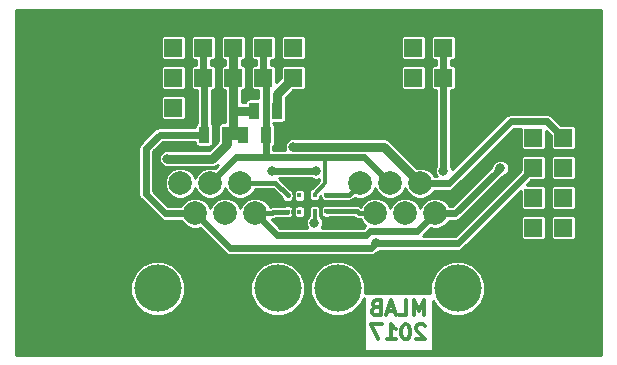
<source format=gbr>
G04 #@! TF.GenerationSoftware,KiCad,Pcbnew,no-vcs-found-7409~56~ubuntu16.04.1*
G04 #@! TF.CreationDate,2017-01-02T13:20:13+01:00*
G04 #@! TF.ProjectId,RJ12V01A,524A3132563031412E6B696361645F70,REV*
G04 #@! TF.FileFunction,Copper,L2,Bot,Signal*
G04 #@! TF.FilePolarity,Positive*
%FSLAX46Y46*%
G04 Gerber Fmt 4.6, Leading zero omitted, Abs format (unit mm)*
G04 Created by KiCad (PCBNEW no-vcs-found-7409~56~ubuntu16.04.1) date Mon Jan  2 13:20:13 2017*
%MOMM*%
%LPD*%
G01*
G04 APERTURE LIST*
%ADD10C,0.150000*%
%ADD11C,0.300000*%
%ADD12C,6.000000*%
%ADD13R,1.524000X1.524000*%
%ADD14R,0.889000X1.397000*%
%ADD15R,0.299720X0.449580*%
%ADD16C,2.000000*%
%ADD17C,4.000000*%
%ADD18C,0.800000*%
%ADD19C,0.200000*%
%ADD20C,0.600000*%
%ADD21C,0.800000*%
%ADD22C,0.400000*%
%ADD23C,0.254000*%
G04 APERTURE END LIST*
D10*
D11*
X35248571Y3128095D02*
X35186666Y3190000D01*
X35062857Y3251904D01*
X34753333Y3251904D01*
X34629523Y3190000D01*
X34567619Y3128095D01*
X34505714Y3004285D01*
X34505714Y2880476D01*
X34567619Y2694761D01*
X35310476Y1951904D01*
X34505714Y1951904D01*
X33700952Y3251904D02*
X33577142Y3251904D01*
X33453333Y3190000D01*
X33391428Y3128095D01*
X33329523Y3004285D01*
X33267619Y2756666D01*
X33267619Y2447142D01*
X33329523Y2199523D01*
X33391428Y2075714D01*
X33453333Y2013809D01*
X33577142Y1951904D01*
X33700952Y1951904D01*
X33824761Y2013809D01*
X33886666Y2075714D01*
X33948571Y2199523D01*
X34010476Y2447142D01*
X34010476Y2756666D01*
X33948571Y3004285D01*
X33886666Y3128095D01*
X33824761Y3190000D01*
X33700952Y3251904D01*
X32029523Y1951904D02*
X32772380Y1951904D01*
X32400952Y1951904D02*
X32400952Y3251904D01*
X32524761Y3066190D01*
X32648571Y2942380D01*
X32772380Y2880476D01*
X31596190Y3251904D02*
X30729523Y3251904D01*
X31286666Y1951904D01*
X35186666Y3983904D02*
X35186666Y5283904D01*
X34753333Y4355333D01*
X34320000Y5283904D01*
X34320000Y3983904D01*
X33081904Y3983904D02*
X33700952Y3983904D01*
X33700952Y5283904D01*
X32710476Y4355333D02*
X32091428Y4355333D01*
X32834285Y3983904D02*
X32400952Y5283904D01*
X31967619Y3983904D01*
X31100952Y4664857D02*
X30915238Y4602952D01*
X30853333Y4541047D01*
X30791428Y4417238D01*
X30791428Y4231523D01*
X30853333Y4107714D01*
X30915238Y4045809D01*
X31039047Y3983904D01*
X31534285Y3983904D01*
X31534285Y5283904D01*
X31100952Y5283904D01*
X30977142Y5222000D01*
X30915238Y5160095D01*
X30853333Y5036285D01*
X30853333Y4912476D01*
X30915238Y4788666D01*
X30977142Y4726761D01*
X31100952Y4664857D01*
X31534285Y4664857D01*
D12*
X45720000Y25400000D03*
X5080000Y25400000D03*
X5080000Y5080000D03*
X45720000Y5080000D03*
D13*
X13970000Y26670000D03*
X13970000Y24130000D03*
X16510000Y26670000D03*
X16510000Y24130000D03*
X19050000Y24130000D03*
X19050000Y26670000D03*
X21590000Y26670000D03*
X21590000Y24130000D03*
X24130000Y24130000D03*
X24130000Y26670000D03*
D14*
X20828000Y21336000D03*
X22733000Y21336000D03*
D15*
X26924000Y12821920D03*
X25923240Y12821920D03*
X26924000Y14224000D03*
X26423620Y12821920D03*
X25923240Y14224000D03*
X23629620Y14163040D03*
X24130000Y12760960D03*
X24630380Y14163040D03*
X23629620Y12760960D03*
X24630380Y12760960D03*
D13*
X36830000Y26670000D03*
X36830000Y24130000D03*
X34290000Y26670000D03*
X34290000Y24130000D03*
X13970000Y21590000D03*
X11430000Y21590000D03*
X46990000Y19050000D03*
X44450000Y19050000D03*
X46990000Y16510000D03*
X44450000Y16510000D03*
D14*
X18478500Y19304000D03*
X16573500Y19304000D03*
X21780500Y19304000D03*
X19875500Y19304000D03*
D16*
X34869200Y15186500D03*
X32329200Y15186500D03*
X29789200Y15186500D03*
X31059200Y12646500D03*
X36139200Y12646500D03*
X33599200Y12646500D03*
D17*
X38049200Y6286500D03*
X27889200Y6286500D03*
X12649200Y6286500D03*
X22809200Y6286500D03*
D16*
X18359200Y12646500D03*
X20899200Y12646500D03*
X15819200Y12646500D03*
X14549200Y15186500D03*
X17089200Y15186500D03*
X19629200Y15186500D03*
D13*
X44450000Y13970000D03*
X46990000Y13970000D03*
X46990000Y11430000D03*
X44450000Y11430000D03*
X6350000Y11430000D03*
X3810000Y11430000D03*
X6350000Y13970000D03*
X3810000Y13970000D03*
X6350000Y16510000D03*
X3810000Y16510000D03*
X6350000Y19050000D03*
X3810000Y19050000D03*
D18*
X29210000Y11938012D03*
X28194000Y11938006D03*
X27178000Y11938008D03*
X24130000Y11937998D03*
X23114000Y11937988D03*
X16256000Y10922000D03*
X16764000Y10160000D03*
X15494000Y10160000D03*
X14986000Y11176000D03*
X13716000Y11176000D03*
X14478000Y10414000D03*
X12192000Y9398000D03*
X25908000Y11839700D03*
X13462000Y17272000D03*
X26060400Y16205200D03*
X22352000Y16256000D03*
X24130000Y18273087D03*
X41656000Y16459200D03*
X36830000Y16256000D03*
X31089602Y10109200D03*
D19*
X29209994Y11938006D02*
X29210000Y11938012D01*
X28194000Y11938006D02*
X29209994Y11938006D01*
X26882742Y11938008D02*
X27178000Y11938008D01*
X26423620Y12397130D02*
X26882742Y11938008D01*
X26423620Y12821920D02*
X26423620Y12397130D01*
X23679685Y11937988D02*
X23114000Y11937988D01*
X24130000Y12336170D02*
X23731818Y11937988D01*
X23731818Y11937988D02*
X23679685Y11937988D01*
X24130000Y12760960D02*
X24130000Y12336170D01*
D20*
X16002000Y10668000D02*
X16256000Y10922000D01*
X15494000Y10160000D02*
X16002000Y10668000D01*
X13716000Y11176000D02*
X14986000Y11176000D01*
X12192000Y9398000D02*
X13462000Y9398000D01*
X13462000Y9398000D02*
X14478000Y10414000D01*
D11*
X25923240Y12821920D02*
X25923240Y11854940D01*
X25923240Y11854940D02*
X25908000Y11839700D01*
D21*
X18478500Y18478500D02*
X17272000Y17272000D01*
X17272000Y17272000D02*
X13462000Y17272000D01*
X18478500Y19304000D02*
X18478500Y18478500D01*
X19050000Y24130000D02*
X19050000Y21336000D01*
X19050000Y21336000D02*
X19050000Y19304000D01*
X20828000Y21336000D02*
X19583500Y21336000D01*
X19583500Y21336000D02*
X19050000Y21336000D01*
X18478500Y19304000D02*
X19050000Y19304000D01*
X19050000Y19304000D02*
X19875500Y19304000D01*
X19050000Y26670000D02*
X19050000Y24130000D01*
X18478500Y18989306D02*
X18478500Y19304000D01*
D11*
X25923240Y14224000D02*
X25923240Y14298930D01*
X25923240Y14298930D02*
X26810402Y15186092D01*
X26810402Y15186092D02*
X26810402Y17373077D01*
X26810402Y17373077D02*
X25908000Y17373077D01*
D20*
X21590000Y17373077D02*
X25908000Y17373077D01*
X25908000Y17373077D02*
X30142623Y17373077D01*
X19558000Y17373077D02*
X21590000Y17373077D01*
X17089200Y15186500D02*
X19275777Y17373077D01*
X19275777Y17373077D02*
X19558000Y17373077D01*
X21590000Y17373077D02*
X21780500Y17563577D01*
X21780500Y17563577D02*
X21780500Y19304000D01*
X30142623Y17373077D02*
X30497700Y17018000D01*
X21590000Y24130000D02*
X21780500Y23939500D01*
X21780500Y23939500D02*
X21780500Y19304000D01*
X21590000Y26670000D02*
X21590000Y24130000D01*
X32329200Y15186500D02*
X30497700Y17018000D01*
X22352000Y16256000D02*
X25146000Y16256000D01*
X25146000Y16256000D02*
X26009600Y16256000D01*
X26009600Y16256000D02*
X26060400Y16205200D01*
D22*
X26924000Y14224000D02*
X28826700Y14224000D01*
X28826700Y14224000D02*
X29789200Y15186500D01*
D20*
X34869200Y15186500D02*
X37276501Y15186500D01*
X37276501Y15186500D02*
X42511601Y20421600D01*
X42511601Y20421600D02*
X45618400Y20421600D01*
X45618400Y20421600D02*
X46990000Y19050000D01*
D22*
X23629620Y14163040D02*
X22603460Y15189200D01*
X22603460Y15189200D02*
X19631900Y15189200D01*
X19631900Y15189200D02*
X19629200Y15186500D01*
D21*
X22733000Y21336000D02*
X22733000Y22733000D01*
X22733000Y22733000D02*
X24130000Y24130000D01*
X34869200Y15186500D02*
X31782613Y18273087D01*
X31782613Y18273087D02*
X24130000Y18273087D01*
D20*
X37843300Y12646500D02*
X41256001Y16059201D01*
X36139200Y12646500D02*
X37843300Y12646500D01*
X41256001Y16059201D02*
X41656000Y16459200D01*
X34603502Y11110802D02*
X35139201Y11646501D01*
X30606798Y11110802D02*
X34603502Y11110802D01*
X35139201Y11646501D02*
X36139200Y12646500D01*
X30279994Y10783998D02*
X30606798Y11110802D01*
X22761702Y10783998D02*
X30279994Y10783998D01*
X20899200Y12646500D02*
X22761702Y10783998D01*
D22*
X20899200Y12646500D02*
X22313413Y12646500D01*
X22313413Y12646500D02*
X22427873Y12760960D01*
X22427873Y12760960D02*
X23580139Y12760960D01*
D20*
X36830000Y24130000D02*
X36830000Y16256000D01*
X36830000Y26670000D02*
X36830000Y24130000D01*
X44450000Y16510000D02*
X38049200Y10109200D01*
X38049200Y10109200D02*
X31655287Y10109200D01*
X31655287Y10109200D02*
X31089602Y10109200D01*
X15819200Y12646500D02*
X13261500Y12646500D01*
X13261500Y12646500D02*
X11633200Y14274800D01*
X11633200Y14274800D02*
X11633200Y18135600D01*
X11633200Y18135600D02*
X12801600Y19304000D01*
X12801600Y19304000D02*
X16573500Y19304000D01*
X30689603Y9709201D02*
X31089602Y10109200D01*
X15819200Y12646500D02*
X18756499Y9709201D01*
X18756499Y9709201D02*
X30689603Y9709201D01*
D22*
X31059200Y12646500D02*
X29644987Y12646500D01*
X29644987Y12646500D02*
X29469567Y12821920D01*
X29469567Y12821920D02*
X26973481Y12821920D01*
D20*
X16573500Y19304000D02*
X16573500Y24066500D01*
X16573500Y24066500D02*
X16510000Y24130000D01*
X16510000Y24130000D02*
X16510000Y26670000D01*
X16319500Y23939500D02*
X16510000Y24130000D01*
D23*
G36*
X50144000Y656000D02*
X656000Y656000D01*
X656000Y5825662D01*
X10321797Y5825662D01*
X10675315Y4970082D01*
X11329339Y4314915D01*
X12184300Y3959904D01*
X13110038Y3959097D01*
X13965618Y4312615D01*
X14620785Y4966639D01*
X14975796Y5821600D01*
X14975799Y5825662D01*
X20481797Y5825662D01*
X20835315Y4970082D01*
X21489339Y4314915D01*
X22344300Y3959904D01*
X23270038Y3959097D01*
X24125618Y4312615D01*
X24780785Y4966639D01*
X25135796Y5821600D01*
X25135799Y5825662D01*
X25561797Y5825662D01*
X25915315Y4970082D01*
X26569339Y4314915D01*
X27424300Y3959904D01*
X28350038Y3959097D01*
X29205618Y4312615D01*
X29860785Y4966639D01*
X30066810Y5462802D01*
X30066810Y974000D01*
X35973191Y974000D01*
X35973191Y5217241D01*
X36075315Y4970082D01*
X36729339Y4314915D01*
X37584300Y3959904D01*
X38510038Y3959097D01*
X39365618Y4312615D01*
X40020785Y4966639D01*
X40375796Y5821600D01*
X40376603Y6747338D01*
X40023085Y7602918D01*
X39369061Y8258085D01*
X38514100Y8613096D01*
X37588362Y8613903D01*
X36732782Y8260385D01*
X36077615Y7606361D01*
X35722604Y6751400D01*
X35721871Y5910000D01*
X30215873Y5910000D01*
X30216603Y6747338D01*
X29863085Y7602918D01*
X29209061Y8258085D01*
X28354100Y8613096D01*
X27428362Y8613903D01*
X26572782Y8260385D01*
X25917615Y7606361D01*
X25562604Y6751400D01*
X25561797Y5825662D01*
X25135799Y5825662D01*
X25136603Y6747338D01*
X24783085Y7602918D01*
X24129061Y8258085D01*
X23274100Y8613096D01*
X22348362Y8613903D01*
X21492782Y8260385D01*
X20837615Y7606361D01*
X20482604Y6751400D01*
X20481797Y5825662D01*
X14975799Y5825662D01*
X14976603Y6747338D01*
X14623085Y7602918D01*
X13969061Y8258085D01*
X13114100Y8613096D01*
X12188362Y8613903D01*
X11332782Y8260385D01*
X10677615Y7606361D01*
X10322604Y6751400D01*
X10321797Y5825662D01*
X656000Y5825662D01*
X656000Y18135600D01*
X11006200Y18135600D01*
X11006200Y14274800D01*
X11053928Y14034857D01*
X11162999Y13871621D01*
X11189844Y13831444D01*
X12818144Y12203144D01*
X13021558Y12067227D01*
X13261500Y12019500D01*
X14642456Y12019500D01*
X14693569Y11895797D01*
X15066534Y11522181D01*
X15554085Y11319731D01*
X16081998Y11319271D01*
X16207755Y11371233D01*
X18313143Y9265845D01*
X18516556Y9129929D01*
X18756499Y9082201D01*
X30689603Y9082201D01*
X30929546Y9129929D01*
X31132959Y9265845D01*
X31260180Y9393066D01*
X31475901Y9482200D01*
X38049200Y9482200D01*
X38289143Y9529928D01*
X38492556Y9665844D01*
X41018712Y12192000D01*
X43354594Y12192000D01*
X43354594Y10668000D01*
X43379973Y10540411D01*
X43452246Y10432246D01*
X43560411Y10359973D01*
X43688000Y10334594D01*
X45212000Y10334594D01*
X45339589Y10359973D01*
X45447754Y10432246D01*
X45520027Y10540411D01*
X45545406Y10668000D01*
X45545406Y12192000D01*
X45894594Y12192000D01*
X45894594Y10668000D01*
X45919973Y10540411D01*
X45992246Y10432246D01*
X46100411Y10359973D01*
X46228000Y10334594D01*
X47752000Y10334594D01*
X47879589Y10359973D01*
X47987754Y10432246D01*
X48060027Y10540411D01*
X48085406Y10668000D01*
X48085406Y12192000D01*
X48060027Y12319589D01*
X47987754Y12427754D01*
X47879589Y12500027D01*
X47752000Y12525406D01*
X46228000Y12525406D01*
X46100411Y12500027D01*
X45992246Y12427754D01*
X45919973Y12319589D01*
X45894594Y12192000D01*
X45545406Y12192000D01*
X45520027Y12319589D01*
X45447754Y12427754D01*
X45339589Y12500027D01*
X45212000Y12525406D01*
X43688000Y12525406D01*
X43560411Y12500027D01*
X43452246Y12427754D01*
X43379973Y12319589D01*
X43354594Y12192000D01*
X41018712Y12192000D01*
X43354594Y14527882D01*
X43354594Y13208000D01*
X43379973Y13080411D01*
X43452246Y12972246D01*
X43560411Y12899973D01*
X43688000Y12874594D01*
X45212000Y12874594D01*
X45339589Y12899973D01*
X45447754Y12972246D01*
X45520027Y13080411D01*
X45545406Y13208000D01*
X45545406Y14732000D01*
X45894594Y14732000D01*
X45894594Y13208000D01*
X45919973Y13080411D01*
X45992246Y12972246D01*
X46100411Y12899973D01*
X46228000Y12874594D01*
X47752000Y12874594D01*
X47879589Y12899973D01*
X47987754Y12972246D01*
X48060027Y13080411D01*
X48085406Y13208000D01*
X48085406Y14732000D01*
X48060027Y14859589D01*
X47987754Y14967754D01*
X47879589Y15040027D01*
X47752000Y15065406D01*
X46228000Y15065406D01*
X46100411Y15040027D01*
X45992246Y14967754D01*
X45919973Y14859589D01*
X45894594Y14732000D01*
X45545406Y14732000D01*
X45520027Y14859589D01*
X45447754Y14967754D01*
X45339589Y15040027D01*
X45212000Y15065406D01*
X43892118Y15065406D01*
X44241306Y15414594D01*
X45212000Y15414594D01*
X45339589Y15439973D01*
X45447754Y15512246D01*
X45520027Y15620411D01*
X45545406Y15748000D01*
X45545406Y17272000D01*
X45894594Y17272000D01*
X45894594Y15748000D01*
X45919973Y15620411D01*
X45992246Y15512246D01*
X46100411Y15439973D01*
X46228000Y15414594D01*
X47752000Y15414594D01*
X47879589Y15439973D01*
X47987754Y15512246D01*
X48060027Y15620411D01*
X48085406Y15748000D01*
X48085406Y17272000D01*
X48060027Y17399589D01*
X47987754Y17507754D01*
X47879589Y17580027D01*
X47752000Y17605406D01*
X46228000Y17605406D01*
X46100411Y17580027D01*
X45992246Y17507754D01*
X45919973Y17399589D01*
X45894594Y17272000D01*
X45545406Y17272000D01*
X45520027Y17399589D01*
X45447754Y17507754D01*
X45339589Y17580027D01*
X45212000Y17605406D01*
X43688000Y17605406D01*
X43560411Y17580027D01*
X43452246Y17507754D01*
X43379973Y17399589D01*
X43354594Y17272000D01*
X43354594Y16301306D01*
X37789488Y10736200D01*
X35115612Y10736200D01*
X35750472Y11371060D01*
X35874085Y11319731D01*
X36401998Y11319271D01*
X36889903Y11520869D01*
X37263519Y11893834D01*
X37315700Y12019500D01*
X37843300Y12019500D01*
X38083243Y12067228D01*
X38286656Y12203144D01*
X41826578Y15743066D01*
X42067275Y15842520D01*
X42271961Y16046850D01*
X42382874Y16313956D01*
X42383126Y16603175D01*
X42272680Y16870475D01*
X42068350Y17075161D01*
X41801244Y17186074D01*
X41512025Y17186326D01*
X41244725Y17075880D01*
X41040039Y16871550D01*
X40939489Y16629401D01*
X37583588Y13273500D01*
X37315944Y13273500D01*
X37264831Y13397203D01*
X36891866Y13770819D01*
X36404315Y13973269D01*
X35876402Y13973729D01*
X35388497Y13772131D01*
X35014881Y13399166D01*
X34869091Y13048067D01*
X34724831Y13397203D01*
X34351866Y13770819D01*
X33864315Y13973269D01*
X33336402Y13973729D01*
X32848497Y13772131D01*
X32474881Y13399166D01*
X32329091Y13048067D01*
X32184831Y13397203D01*
X31811866Y13770819D01*
X31324315Y13973269D01*
X30796402Y13973729D01*
X30308497Y13772131D01*
X29934881Y13399166D01*
X29847660Y13189117D01*
X29842212Y13194565D01*
X29671242Y13308805D01*
X29469567Y13348920D01*
X27210155Y13348920D01*
X27201449Y13354737D01*
X27073860Y13380116D01*
X26774140Y13380116D01*
X26646551Y13354737D01*
X26538386Y13282464D01*
X26466113Y13174299D01*
X26440734Y13046710D01*
X26440734Y12597130D01*
X26466113Y12469541D01*
X26538386Y12361376D01*
X26646551Y12289103D01*
X26774140Y12263724D01*
X27073860Y12263724D01*
X27201449Y12289103D01*
X27210155Y12294920D01*
X29251276Y12294920D01*
X29272341Y12273855D01*
X29378168Y12203144D01*
X29443313Y12159615D01*
X29644987Y12119500D01*
X29841137Y12119500D01*
X29933569Y11895797D01*
X30230130Y11598718D01*
X30163442Y11554158D01*
X30020282Y11410998D01*
X26507581Y11410998D01*
X26523961Y11427350D01*
X26634874Y11694456D01*
X26635126Y11983675D01*
X26524680Y12250975D01*
X26400240Y12375632D01*
X26400240Y12565629D01*
X26406506Y12597130D01*
X26406506Y13046710D01*
X26381127Y13174299D01*
X26308854Y13282464D01*
X26200689Y13354737D01*
X26073100Y13380116D01*
X25773380Y13380116D01*
X25645791Y13354737D01*
X25537626Y13282464D01*
X25465353Y13174299D01*
X25439974Y13046710D01*
X25439974Y12597130D01*
X25446240Y12565629D01*
X25446240Y12405983D01*
X25292039Y12252050D01*
X25181126Y11984944D01*
X25180874Y11695725D01*
X25291320Y11428425D01*
X25308717Y11410998D01*
X23021414Y11410998D01*
X22312912Y12119500D01*
X22313413Y12119500D01*
X22515088Y12159615D01*
X22626352Y12233960D01*
X23343465Y12233960D01*
X23352171Y12228143D01*
X23479760Y12202764D01*
X23779480Y12202764D01*
X23907069Y12228143D01*
X24015234Y12300416D01*
X24087507Y12408581D01*
X24112886Y12536170D01*
X24112886Y12985750D01*
X24147114Y12985750D01*
X24147114Y12536170D01*
X24172493Y12408581D01*
X24244766Y12300416D01*
X24352931Y12228143D01*
X24480520Y12202764D01*
X24780240Y12202764D01*
X24907829Y12228143D01*
X25015994Y12300416D01*
X25088267Y12408581D01*
X25113646Y12536170D01*
X25113646Y12985750D01*
X25088267Y13113339D01*
X25015994Y13221504D01*
X24907829Y13293777D01*
X24780240Y13319156D01*
X24480520Y13319156D01*
X24352931Y13293777D01*
X24244766Y13221504D01*
X24172493Y13113339D01*
X24147114Y12985750D01*
X24112886Y12985750D01*
X24087507Y13113339D01*
X24015234Y13221504D01*
X23907069Y13293777D01*
X23779480Y13319156D01*
X23479760Y13319156D01*
X23352171Y13293777D01*
X23343465Y13287960D01*
X22427873Y13287960D01*
X22226198Y13247845D01*
X22116759Y13174719D01*
X22024831Y13397203D01*
X21651866Y13770819D01*
X21164315Y13973269D01*
X20636402Y13973729D01*
X20148497Y13772131D01*
X19774881Y13399166D01*
X19629091Y13048067D01*
X19484831Y13397203D01*
X19111866Y13770819D01*
X18624315Y13973269D01*
X18096402Y13973729D01*
X17608497Y13772131D01*
X17234881Y13399166D01*
X17089091Y13048067D01*
X16944831Y13397203D01*
X16571866Y13770819D01*
X16084315Y13973269D01*
X15556402Y13973729D01*
X15068497Y13772131D01*
X14694881Y13399166D01*
X14642700Y13273500D01*
X13521212Y13273500D01*
X12260200Y14534512D01*
X12260200Y17128025D01*
X12734874Y17128025D01*
X12845320Y16860725D01*
X13049650Y16656039D01*
X13316756Y16545126D01*
X13605975Y16544874D01*
X13606280Y16545000D01*
X17271995Y16545000D01*
X17272000Y16544999D01*
X17504052Y16591158D01*
X17550211Y16600340D01*
X17749463Y16733475D01*
X17477928Y16461940D01*
X17354315Y16513269D01*
X16826402Y16513729D01*
X16338497Y16312131D01*
X15964881Y15939166D01*
X15819091Y15588067D01*
X15674831Y15937203D01*
X15301866Y16310819D01*
X14814315Y16513269D01*
X14286402Y16513729D01*
X13798497Y16312131D01*
X13424881Y15939166D01*
X13222431Y15451615D01*
X13221971Y14923702D01*
X13423569Y14435797D01*
X13796534Y14062181D01*
X14284085Y13859731D01*
X14811998Y13859271D01*
X15299903Y14060869D01*
X15673519Y14433834D01*
X15819309Y14784933D01*
X15963569Y14435797D01*
X16336534Y14062181D01*
X16824085Y13859731D01*
X17351998Y13859271D01*
X17839903Y14060869D01*
X18213519Y14433834D01*
X18359309Y14784933D01*
X18503569Y14435797D01*
X18876534Y14062181D01*
X19364085Y13859731D01*
X19891998Y13859271D01*
X20379903Y14060869D01*
X20753519Y14433834D01*
X20848345Y14662200D01*
X22385170Y14662200D01*
X23155600Y13891770D01*
X23171733Y13810661D01*
X23244006Y13702496D01*
X23352171Y13630223D01*
X23479760Y13604844D01*
X23779480Y13604844D01*
X23907069Y13630223D01*
X24015234Y13702496D01*
X24087507Y13810661D01*
X24112886Y13938250D01*
X24112886Y13955951D01*
X24116504Y13961366D01*
X24147114Y14115255D01*
X24147114Y13938250D01*
X24172493Y13810661D01*
X24244766Y13702496D01*
X24352931Y13630223D01*
X24480520Y13604844D01*
X24780240Y13604844D01*
X24907829Y13630223D01*
X25015994Y13702496D01*
X25088267Y13810661D01*
X25113646Y13938250D01*
X25113646Y14387830D01*
X25088267Y14515419D01*
X25015994Y14623584D01*
X24907829Y14695857D01*
X24780240Y14721236D01*
X24480520Y14721236D01*
X24352931Y14695857D01*
X24244766Y14623584D01*
X24172493Y14515419D01*
X24147114Y14387830D01*
X24147114Y14210826D01*
X24116504Y14364715D01*
X24112886Y14370130D01*
X24112886Y14387830D01*
X24087507Y14515419D01*
X24015234Y14623584D01*
X23907069Y14695857D01*
X23825960Y14711990D01*
X22976105Y15561845D01*
X22875602Y15629000D01*
X25608358Y15629000D01*
X25648050Y15589239D01*
X25915156Y15478326D01*
X26204375Y15478074D01*
X26333402Y15531387D01*
X26333402Y15383672D01*
X25721633Y14771903D01*
X25645791Y14756817D01*
X25537626Y14684544D01*
X25465353Y14576379D01*
X25439974Y14448790D01*
X25439974Y13999210D01*
X25465353Y13871621D01*
X25537626Y13763456D01*
X25645791Y13691183D01*
X25773380Y13665804D01*
X26073100Y13665804D01*
X26200689Y13691183D01*
X26308854Y13763456D01*
X26381127Y13871621D01*
X26406506Y13999210D01*
X26406506Y14107616D01*
X26417886Y14118996D01*
X26437115Y14022326D01*
X26440734Y14016910D01*
X26440734Y13999210D01*
X26466113Y13871621D01*
X26538386Y13763456D01*
X26646551Y13691183D01*
X26774140Y13665804D01*
X27073860Y13665804D01*
X27201449Y13691183D01*
X27210155Y13697000D01*
X28826700Y13697000D01*
X29028375Y13737115D01*
X29199345Y13851355D01*
X29300544Y13952554D01*
X29524085Y13859731D01*
X30051998Y13859271D01*
X30539903Y14060869D01*
X30913519Y14433834D01*
X31059309Y14784933D01*
X31203569Y14435797D01*
X31576534Y14062181D01*
X32064085Y13859731D01*
X32591998Y13859271D01*
X33079903Y14060869D01*
X33453519Y14433834D01*
X33599309Y14784933D01*
X33743569Y14435797D01*
X34116534Y14062181D01*
X34604085Y13859731D01*
X35131998Y13859271D01*
X35619903Y14060869D01*
X35993519Y14433834D01*
X36045700Y14559500D01*
X37276501Y14559500D01*
X37516444Y14607228D01*
X37719857Y14743144D01*
X42771313Y19794600D01*
X43354594Y19794600D01*
X43354594Y18288000D01*
X43379973Y18160411D01*
X43452246Y18052246D01*
X43560411Y17979973D01*
X43688000Y17954594D01*
X45212000Y17954594D01*
X45339589Y17979973D01*
X45447754Y18052246D01*
X45520027Y18160411D01*
X45545406Y18288000D01*
X45545406Y19607882D01*
X45894594Y19258694D01*
X45894594Y18288000D01*
X45919973Y18160411D01*
X45992246Y18052246D01*
X46100411Y17979973D01*
X46228000Y17954594D01*
X47752000Y17954594D01*
X47879589Y17979973D01*
X47987754Y18052246D01*
X48060027Y18160411D01*
X48085406Y18288000D01*
X48085406Y19812000D01*
X48060027Y19939589D01*
X47987754Y20047754D01*
X47879589Y20120027D01*
X47752000Y20145406D01*
X46781306Y20145406D01*
X46061756Y20864956D01*
X45858343Y21000872D01*
X45618400Y21048600D01*
X42511601Y21048600D01*
X42271658Y21000872D01*
X42068245Y20864956D01*
X37557086Y16353797D01*
X37557126Y16399975D01*
X37457000Y16642299D01*
X37457000Y23034594D01*
X37592000Y23034594D01*
X37719589Y23059973D01*
X37827754Y23132246D01*
X37900027Y23240411D01*
X37925406Y23368000D01*
X37925406Y24892000D01*
X37900027Y25019589D01*
X37827754Y25127754D01*
X37719589Y25200027D01*
X37592000Y25225406D01*
X37457000Y25225406D01*
X37457000Y25574594D01*
X37592000Y25574594D01*
X37719589Y25599973D01*
X37827754Y25672246D01*
X37900027Y25780411D01*
X37925406Y25908000D01*
X37925406Y27432000D01*
X37900027Y27559589D01*
X37827754Y27667754D01*
X37719589Y27740027D01*
X37592000Y27765406D01*
X36068000Y27765406D01*
X35940411Y27740027D01*
X35832246Y27667754D01*
X35759973Y27559589D01*
X35734594Y27432000D01*
X35734594Y25908000D01*
X35759973Y25780411D01*
X35832246Y25672246D01*
X35940411Y25599973D01*
X36068000Y25574594D01*
X36203000Y25574594D01*
X36203000Y25225406D01*
X36068000Y25225406D01*
X35940411Y25200027D01*
X35832246Y25127754D01*
X35759973Y25019589D01*
X35734594Y24892000D01*
X35734594Y23368000D01*
X35759973Y23240411D01*
X35832246Y23132246D01*
X35940411Y23059973D01*
X36068000Y23034594D01*
X36203000Y23034594D01*
X36203000Y16641765D01*
X36103126Y16401244D01*
X36102874Y16112025D01*
X36213320Y15844725D01*
X36244491Y15813500D01*
X36045944Y15813500D01*
X35994831Y15937203D01*
X35621866Y16310819D01*
X35134315Y16513269D01*
X34606402Y16513729D01*
X34580717Y16503116D01*
X32296680Y18787154D01*
X32292521Y18789933D01*
X32060824Y18944747D01*
X32014665Y18953929D01*
X31782613Y19000088D01*
X31782608Y19000087D01*
X24130634Y19000087D01*
X23986025Y19000213D01*
X23718725Y18889767D01*
X23514039Y18685437D01*
X23403126Y18418331D01*
X23402874Y18129112D01*
X23456190Y18000077D01*
X22407500Y18000077D01*
X22407500Y18334163D01*
X22460754Y18369746D01*
X22533027Y18477911D01*
X22558406Y18605500D01*
X22558406Y20002500D01*
X22533027Y20130089D01*
X22460754Y20238254D01*
X22407500Y20273837D01*
X22407500Y20304094D01*
X23177500Y20304094D01*
X23305089Y20329473D01*
X23413254Y20401746D01*
X23485527Y20509911D01*
X23510906Y20637500D01*
X23510906Y22034500D01*
X23485527Y22162089D01*
X23460000Y22200293D01*
X23460000Y22431866D01*
X24062727Y23034594D01*
X24892000Y23034594D01*
X25019589Y23059973D01*
X25127754Y23132246D01*
X25200027Y23240411D01*
X25225406Y23368000D01*
X25225406Y24892000D01*
X33194594Y24892000D01*
X33194594Y23368000D01*
X33219973Y23240411D01*
X33292246Y23132246D01*
X33400411Y23059973D01*
X33528000Y23034594D01*
X35052000Y23034594D01*
X35179589Y23059973D01*
X35287754Y23132246D01*
X35360027Y23240411D01*
X35385406Y23368000D01*
X35385406Y24892000D01*
X35360027Y25019589D01*
X35287754Y25127754D01*
X35179589Y25200027D01*
X35052000Y25225406D01*
X33528000Y25225406D01*
X33400411Y25200027D01*
X33292246Y25127754D01*
X33219973Y25019589D01*
X33194594Y24892000D01*
X25225406Y24892000D01*
X25200027Y25019589D01*
X25127754Y25127754D01*
X25019589Y25200027D01*
X24892000Y25225406D01*
X23368000Y25225406D01*
X23240411Y25200027D01*
X23132246Y25127754D01*
X23059973Y25019589D01*
X23034594Y24892000D01*
X23034594Y24062727D01*
X22685406Y23713540D01*
X22685406Y24892000D01*
X22660027Y25019589D01*
X22587754Y25127754D01*
X22479589Y25200027D01*
X22352000Y25225406D01*
X22217000Y25225406D01*
X22217000Y25574594D01*
X22352000Y25574594D01*
X22479589Y25599973D01*
X22587754Y25672246D01*
X22660027Y25780411D01*
X22685406Y25908000D01*
X22685406Y27432000D01*
X23034594Y27432000D01*
X23034594Y25908000D01*
X23059973Y25780411D01*
X23132246Y25672246D01*
X23240411Y25599973D01*
X23368000Y25574594D01*
X24892000Y25574594D01*
X25019589Y25599973D01*
X25127754Y25672246D01*
X25200027Y25780411D01*
X25225406Y25908000D01*
X25225406Y27432000D01*
X33194594Y27432000D01*
X33194594Y25908000D01*
X33219973Y25780411D01*
X33292246Y25672246D01*
X33400411Y25599973D01*
X33528000Y25574594D01*
X35052000Y25574594D01*
X35179589Y25599973D01*
X35287754Y25672246D01*
X35360027Y25780411D01*
X35385406Y25908000D01*
X35385406Y27432000D01*
X35360027Y27559589D01*
X35287754Y27667754D01*
X35179589Y27740027D01*
X35052000Y27765406D01*
X33528000Y27765406D01*
X33400411Y27740027D01*
X33292246Y27667754D01*
X33219973Y27559589D01*
X33194594Y27432000D01*
X25225406Y27432000D01*
X25200027Y27559589D01*
X25127754Y27667754D01*
X25019589Y27740027D01*
X24892000Y27765406D01*
X23368000Y27765406D01*
X23240411Y27740027D01*
X23132246Y27667754D01*
X23059973Y27559589D01*
X23034594Y27432000D01*
X22685406Y27432000D01*
X22660027Y27559589D01*
X22587754Y27667754D01*
X22479589Y27740027D01*
X22352000Y27765406D01*
X20828000Y27765406D01*
X20700411Y27740027D01*
X20592246Y27667754D01*
X20519973Y27559589D01*
X20494594Y27432000D01*
X20494594Y25908000D01*
X20519973Y25780411D01*
X20592246Y25672246D01*
X20700411Y25599973D01*
X20828000Y25574594D01*
X20963000Y25574594D01*
X20963000Y25225406D01*
X20828000Y25225406D01*
X20700411Y25200027D01*
X20592246Y25127754D01*
X20519973Y25019589D01*
X20494594Y24892000D01*
X20494594Y23368000D01*
X20519973Y23240411D01*
X20592246Y23132246D01*
X20700411Y23059973D01*
X20828000Y23034594D01*
X21153500Y23034594D01*
X21153500Y22367906D01*
X20383500Y22367906D01*
X20255911Y22342527D01*
X20147746Y22270254D01*
X20075473Y22162089D01*
X20055763Y22063000D01*
X19777000Y22063000D01*
X19777000Y23034594D01*
X19812000Y23034594D01*
X19939589Y23059973D01*
X20047754Y23132246D01*
X20120027Y23240411D01*
X20145406Y23368000D01*
X20145406Y24892000D01*
X20120027Y25019589D01*
X20047754Y25127754D01*
X19939589Y25200027D01*
X19812000Y25225406D01*
X19777000Y25225406D01*
X19777000Y25574594D01*
X19812000Y25574594D01*
X19939589Y25599973D01*
X20047754Y25672246D01*
X20120027Y25780411D01*
X20145406Y25908000D01*
X20145406Y27432000D01*
X20120027Y27559589D01*
X20047754Y27667754D01*
X19939589Y27740027D01*
X19812000Y27765406D01*
X18288000Y27765406D01*
X18160411Y27740027D01*
X18052246Y27667754D01*
X17979973Y27559589D01*
X17954594Y27432000D01*
X17954594Y25908000D01*
X17979973Y25780411D01*
X18052246Y25672246D01*
X18160411Y25599973D01*
X18288000Y25574594D01*
X18323000Y25574594D01*
X18323000Y25225406D01*
X18288000Y25225406D01*
X18160411Y25200027D01*
X18052246Y25127754D01*
X17979973Y25019589D01*
X17954594Y24892000D01*
X17954594Y23368000D01*
X17979973Y23240411D01*
X18052246Y23132246D01*
X18160411Y23059973D01*
X18288000Y23034594D01*
X18323000Y23034594D01*
X18323000Y20335906D01*
X18034000Y20335906D01*
X17906411Y20310527D01*
X17798246Y20238254D01*
X17725973Y20130089D01*
X17700594Y20002500D01*
X17700594Y18728727D01*
X16970866Y17999000D01*
X13462634Y17999000D01*
X13318025Y17999126D01*
X13050725Y17888680D01*
X12846039Y17684350D01*
X12735126Y17417244D01*
X12734874Y17128025D01*
X12260200Y17128025D01*
X12260200Y17875888D01*
X13061312Y18677000D01*
X15795594Y18677000D01*
X15795594Y18605500D01*
X15820973Y18477911D01*
X15893246Y18369746D01*
X16001411Y18297473D01*
X16129000Y18272094D01*
X17018000Y18272094D01*
X17145589Y18297473D01*
X17253754Y18369746D01*
X17326027Y18477911D01*
X17351406Y18605500D01*
X17351406Y20002500D01*
X17326027Y20130089D01*
X17253754Y20238254D01*
X17200500Y20273837D01*
X17200500Y23034594D01*
X17272000Y23034594D01*
X17399589Y23059973D01*
X17507754Y23132246D01*
X17580027Y23240411D01*
X17605406Y23368000D01*
X17605406Y24892000D01*
X17580027Y25019589D01*
X17507754Y25127754D01*
X17399589Y25200027D01*
X17272000Y25225406D01*
X17137000Y25225406D01*
X17137000Y25574594D01*
X17272000Y25574594D01*
X17399589Y25599973D01*
X17507754Y25672246D01*
X17580027Y25780411D01*
X17605406Y25908000D01*
X17605406Y27432000D01*
X17580027Y27559589D01*
X17507754Y27667754D01*
X17399589Y27740027D01*
X17272000Y27765406D01*
X15748000Y27765406D01*
X15620411Y27740027D01*
X15512246Y27667754D01*
X15439973Y27559589D01*
X15414594Y27432000D01*
X15414594Y25908000D01*
X15439973Y25780411D01*
X15512246Y25672246D01*
X15620411Y25599973D01*
X15748000Y25574594D01*
X15883000Y25574594D01*
X15883000Y25225406D01*
X15748000Y25225406D01*
X15620411Y25200027D01*
X15512246Y25127754D01*
X15439973Y25019589D01*
X15414594Y24892000D01*
X15414594Y23368000D01*
X15439973Y23240411D01*
X15512246Y23132246D01*
X15620411Y23059973D01*
X15748000Y23034594D01*
X15946500Y23034594D01*
X15946500Y20273837D01*
X15893246Y20238254D01*
X15820973Y20130089D01*
X15795594Y20002500D01*
X15795594Y19931000D01*
X12801600Y19931000D01*
X12561657Y19883272D01*
X12464071Y19818067D01*
X12358244Y19747356D01*
X11189844Y18578956D01*
X11053928Y18375543D01*
X11006200Y18135600D01*
X656000Y18135600D01*
X656000Y22352000D01*
X12874594Y22352000D01*
X12874594Y20828000D01*
X12899973Y20700411D01*
X12972246Y20592246D01*
X13080411Y20519973D01*
X13208000Y20494594D01*
X14732000Y20494594D01*
X14859589Y20519973D01*
X14967754Y20592246D01*
X15040027Y20700411D01*
X15065406Y20828000D01*
X15065406Y22352000D01*
X15040027Y22479589D01*
X14967754Y22587754D01*
X14859589Y22660027D01*
X14732000Y22685406D01*
X13208000Y22685406D01*
X13080411Y22660027D01*
X12972246Y22587754D01*
X12899973Y22479589D01*
X12874594Y22352000D01*
X656000Y22352000D01*
X656000Y24892000D01*
X12874594Y24892000D01*
X12874594Y23368000D01*
X12899973Y23240411D01*
X12972246Y23132246D01*
X13080411Y23059973D01*
X13208000Y23034594D01*
X14732000Y23034594D01*
X14859589Y23059973D01*
X14967754Y23132246D01*
X15040027Y23240411D01*
X15065406Y23368000D01*
X15065406Y24892000D01*
X15040027Y25019589D01*
X14967754Y25127754D01*
X14859589Y25200027D01*
X14732000Y25225406D01*
X13208000Y25225406D01*
X13080411Y25200027D01*
X12972246Y25127754D01*
X12899973Y25019589D01*
X12874594Y24892000D01*
X656000Y24892000D01*
X656000Y27432000D01*
X12874594Y27432000D01*
X12874594Y25908000D01*
X12899973Y25780411D01*
X12972246Y25672246D01*
X13080411Y25599973D01*
X13208000Y25574594D01*
X14732000Y25574594D01*
X14859589Y25599973D01*
X14967754Y25672246D01*
X15040027Y25780411D01*
X15065406Y25908000D01*
X15065406Y27432000D01*
X15040027Y27559589D01*
X14967754Y27667754D01*
X14859589Y27740027D01*
X14732000Y27765406D01*
X13208000Y27765406D01*
X13080411Y27740027D01*
X12972246Y27667754D01*
X12899973Y27559589D01*
X12874594Y27432000D01*
X656000Y27432000D01*
X656000Y29824000D01*
X50144000Y29824000D01*
X50144000Y656000D01*
X50144000Y656000D01*
G37*
X50144000Y656000D02*
X656000Y656000D01*
X656000Y5825662D01*
X10321797Y5825662D01*
X10675315Y4970082D01*
X11329339Y4314915D01*
X12184300Y3959904D01*
X13110038Y3959097D01*
X13965618Y4312615D01*
X14620785Y4966639D01*
X14975796Y5821600D01*
X14975799Y5825662D01*
X20481797Y5825662D01*
X20835315Y4970082D01*
X21489339Y4314915D01*
X22344300Y3959904D01*
X23270038Y3959097D01*
X24125618Y4312615D01*
X24780785Y4966639D01*
X25135796Y5821600D01*
X25135799Y5825662D01*
X25561797Y5825662D01*
X25915315Y4970082D01*
X26569339Y4314915D01*
X27424300Y3959904D01*
X28350038Y3959097D01*
X29205618Y4312615D01*
X29860785Y4966639D01*
X30066810Y5462802D01*
X30066810Y974000D01*
X35973191Y974000D01*
X35973191Y5217241D01*
X36075315Y4970082D01*
X36729339Y4314915D01*
X37584300Y3959904D01*
X38510038Y3959097D01*
X39365618Y4312615D01*
X40020785Y4966639D01*
X40375796Y5821600D01*
X40376603Y6747338D01*
X40023085Y7602918D01*
X39369061Y8258085D01*
X38514100Y8613096D01*
X37588362Y8613903D01*
X36732782Y8260385D01*
X36077615Y7606361D01*
X35722604Y6751400D01*
X35721871Y5910000D01*
X30215873Y5910000D01*
X30216603Y6747338D01*
X29863085Y7602918D01*
X29209061Y8258085D01*
X28354100Y8613096D01*
X27428362Y8613903D01*
X26572782Y8260385D01*
X25917615Y7606361D01*
X25562604Y6751400D01*
X25561797Y5825662D01*
X25135799Y5825662D01*
X25136603Y6747338D01*
X24783085Y7602918D01*
X24129061Y8258085D01*
X23274100Y8613096D01*
X22348362Y8613903D01*
X21492782Y8260385D01*
X20837615Y7606361D01*
X20482604Y6751400D01*
X20481797Y5825662D01*
X14975799Y5825662D01*
X14976603Y6747338D01*
X14623085Y7602918D01*
X13969061Y8258085D01*
X13114100Y8613096D01*
X12188362Y8613903D01*
X11332782Y8260385D01*
X10677615Y7606361D01*
X10322604Y6751400D01*
X10321797Y5825662D01*
X656000Y5825662D01*
X656000Y18135600D01*
X11006200Y18135600D01*
X11006200Y14274800D01*
X11053928Y14034857D01*
X11162999Y13871621D01*
X11189844Y13831444D01*
X12818144Y12203144D01*
X13021558Y12067227D01*
X13261500Y12019500D01*
X14642456Y12019500D01*
X14693569Y11895797D01*
X15066534Y11522181D01*
X15554085Y11319731D01*
X16081998Y11319271D01*
X16207755Y11371233D01*
X18313143Y9265845D01*
X18516556Y9129929D01*
X18756499Y9082201D01*
X30689603Y9082201D01*
X30929546Y9129929D01*
X31132959Y9265845D01*
X31260180Y9393066D01*
X31475901Y9482200D01*
X38049200Y9482200D01*
X38289143Y9529928D01*
X38492556Y9665844D01*
X41018712Y12192000D01*
X43354594Y12192000D01*
X43354594Y10668000D01*
X43379973Y10540411D01*
X43452246Y10432246D01*
X43560411Y10359973D01*
X43688000Y10334594D01*
X45212000Y10334594D01*
X45339589Y10359973D01*
X45447754Y10432246D01*
X45520027Y10540411D01*
X45545406Y10668000D01*
X45545406Y12192000D01*
X45894594Y12192000D01*
X45894594Y10668000D01*
X45919973Y10540411D01*
X45992246Y10432246D01*
X46100411Y10359973D01*
X46228000Y10334594D01*
X47752000Y10334594D01*
X47879589Y10359973D01*
X47987754Y10432246D01*
X48060027Y10540411D01*
X48085406Y10668000D01*
X48085406Y12192000D01*
X48060027Y12319589D01*
X47987754Y12427754D01*
X47879589Y12500027D01*
X47752000Y12525406D01*
X46228000Y12525406D01*
X46100411Y12500027D01*
X45992246Y12427754D01*
X45919973Y12319589D01*
X45894594Y12192000D01*
X45545406Y12192000D01*
X45520027Y12319589D01*
X45447754Y12427754D01*
X45339589Y12500027D01*
X45212000Y12525406D01*
X43688000Y12525406D01*
X43560411Y12500027D01*
X43452246Y12427754D01*
X43379973Y12319589D01*
X43354594Y12192000D01*
X41018712Y12192000D01*
X43354594Y14527882D01*
X43354594Y13208000D01*
X43379973Y13080411D01*
X43452246Y12972246D01*
X43560411Y12899973D01*
X43688000Y12874594D01*
X45212000Y12874594D01*
X45339589Y12899973D01*
X45447754Y12972246D01*
X45520027Y13080411D01*
X45545406Y13208000D01*
X45545406Y14732000D01*
X45894594Y14732000D01*
X45894594Y13208000D01*
X45919973Y13080411D01*
X45992246Y12972246D01*
X46100411Y12899973D01*
X46228000Y12874594D01*
X47752000Y12874594D01*
X47879589Y12899973D01*
X47987754Y12972246D01*
X48060027Y13080411D01*
X48085406Y13208000D01*
X48085406Y14732000D01*
X48060027Y14859589D01*
X47987754Y14967754D01*
X47879589Y15040027D01*
X47752000Y15065406D01*
X46228000Y15065406D01*
X46100411Y15040027D01*
X45992246Y14967754D01*
X45919973Y14859589D01*
X45894594Y14732000D01*
X45545406Y14732000D01*
X45520027Y14859589D01*
X45447754Y14967754D01*
X45339589Y15040027D01*
X45212000Y15065406D01*
X43892118Y15065406D01*
X44241306Y15414594D01*
X45212000Y15414594D01*
X45339589Y15439973D01*
X45447754Y15512246D01*
X45520027Y15620411D01*
X45545406Y15748000D01*
X45545406Y17272000D01*
X45894594Y17272000D01*
X45894594Y15748000D01*
X45919973Y15620411D01*
X45992246Y15512246D01*
X46100411Y15439973D01*
X46228000Y15414594D01*
X47752000Y15414594D01*
X47879589Y15439973D01*
X47987754Y15512246D01*
X48060027Y15620411D01*
X48085406Y15748000D01*
X48085406Y17272000D01*
X48060027Y17399589D01*
X47987754Y17507754D01*
X47879589Y17580027D01*
X47752000Y17605406D01*
X46228000Y17605406D01*
X46100411Y17580027D01*
X45992246Y17507754D01*
X45919973Y17399589D01*
X45894594Y17272000D01*
X45545406Y17272000D01*
X45520027Y17399589D01*
X45447754Y17507754D01*
X45339589Y17580027D01*
X45212000Y17605406D01*
X43688000Y17605406D01*
X43560411Y17580027D01*
X43452246Y17507754D01*
X43379973Y17399589D01*
X43354594Y17272000D01*
X43354594Y16301306D01*
X37789488Y10736200D01*
X35115612Y10736200D01*
X35750472Y11371060D01*
X35874085Y11319731D01*
X36401998Y11319271D01*
X36889903Y11520869D01*
X37263519Y11893834D01*
X37315700Y12019500D01*
X37843300Y12019500D01*
X38083243Y12067228D01*
X38286656Y12203144D01*
X41826578Y15743066D01*
X42067275Y15842520D01*
X42271961Y16046850D01*
X42382874Y16313956D01*
X42383126Y16603175D01*
X42272680Y16870475D01*
X42068350Y17075161D01*
X41801244Y17186074D01*
X41512025Y17186326D01*
X41244725Y17075880D01*
X41040039Y16871550D01*
X40939489Y16629401D01*
X37583588Y13273500D01*
X37315944Y13273500D01*
X37264831Y13397203D01*
X36891866Y13770819D01*
X36404315Y13973269D01*
X35876402Y13973729D01*
X35388497Y13772131D01*
X35014881Y13399166D01*
X34869091Y13048067D01*
X34724831Y13397203D01*
X34351866Y13770819D01*
X33864315Y13973269D01*
X33336402Y13973729D01*
X32848497Y13772131D01*
X32474881Y13399166D01*
X32329091Y13048067D01*
X32184831Y13397203D01*
X31811866Y13770819D01*
X31324315Y13973269D01*
X30796402Y13973729D01*
X30308497Y13772131D01*
X29934881Y13399166D01*
X29847660Y13189117D01*
X29842212Y13194565D01*
X29671242Y13308805D01*
X29469567Y13348920D01*
X27210155Y13348920D01*
X27201449Y13354737D01*
X27073860Y13380116D01*
X26774140Y13380116D01*
X26646551Y13354737D01*
X26538386Y13282464D01*
X26466113Y13174299D01*
X26440734Y13046710D01*
X26440734Y12597130D01*
X26466113Y12469541D01*
X26538386Y12361376D01*
X26646551Y12289103D01*
X26774140Y12263724D01*
X27073860Y12263724D01*
X27201449Y12289103D01*
X27210155Y12294920D01*
X29251276Y12294920D01*
X29272341Y12273855D01*
X29378168Y12203144D01*
X29443313Y12159615D01*
X29644987Y12119500D01*
X29841137Y12119500D01*
X29933569Y11895797D01*
X30230130Y11598718D01*
X30163442Y11554158D01*
X30020282Y11410998D01*
X26507581Y11410998D01*
X26523961Y11427350D01*
X26634874Y11694456D01*
X26635126Y11983675D01*
X26524680Y12250975D01*
X26400240Y12375632D01*
X26400240Y12565629D01*
X26406506Y12597130D01*
X26406506Y13046710D01*
X26381127Y13174299D01*
X26308854Y13282464D01*
X26200689Y13354737D01*
X26073100Y13380116D01*
X25773380Y13380116D01*
X25645791Y13354737D01*
X25537626Y13282464D01*
X25465353Y13174299D01*
X25439974Y13046710D01*
X25439974Y12597130D01*
X25446240Y12565629D01*
X25446240Y12405983D01*
X25292039Y12252050D01*
X25181126Y11984944D01*
X25180874Y11695725D01*
X25291320Y11428425D01*
X25308717Y11410998D01*
X23021414Y11410998D01*
X22312912Y12119500D01*
X22313413Y12119500D01*
X22515088Y12159615D01*
X22626352Y12233960D01*
X23343465Y12233960D01*
X23352171Y12228143D01*
X23479760Y12202764D01*
X23779480Y12202764D01*
X23907069Y12228143D01*
X24015234Y12300416D01*
X24087507Y12408581D01*
X24112886Y12536170D01*
X24112886Y12985750D01*
X24147114Y12985750D01*
X24147114Y12536170D01*
X24172493Y12408581D01*
X24244766Y12300416D01*
X24352931Y12228143D01*
X24480520Y12202764D01*
X24780240Y12202764D01*
X24907829Y12228143D01*
X25015994Y12300416D01*
X25088267Y12408581D01*
X25113646Y12536170D01*
X25113646Y12985750D01*
X25088267Y13113339D01*
X25015994Y13221504D01*
X24907829Y13293777D01*
X24780240Y13319156D01*
X24480520Y13319156D01*
X24352931Y13293777D01*
X24244766Y13221504D01*
X24172493Y13113339D01*
X24147114Y12985750D01*
X24112886Y12985750D01*
X24087507Y13113339D01*
X24015234Y13221504D01*
X23907069Y13293777D01*
X23779480Y13319156D01*
X23479760Y13319156D01*
X23352171Y13293777D01*
X23343465Y13287960D01*
X22427873Y13287960D01*
X22226198Y13247845D01*
X22116759Y13174719D01*
X22024831Y13397203D01*
X21651866Y13770819D01*
X21164315Y13973269D01*
X20636402Y13973729D01*
X20148497Y13772131D01*
X19774881Y13399166D01*
X19629091Y13048067D01*
X19484831Y13397203D01*
X19111866Y13770819D01*
X18624315Y13973269D01*
X18096402Y13973729D01*
X17608497Y13772131D01*
X17234881Y13399166D01*
X17089091Y13048067D01*
X16944831Y13397203D01*
X16571866Y13770819D01*
X16084315Y13973269D01*
X15556402Y13973729D01*
X15068497Y13772131D01*
X14694881Y13399166D01*
X14642700Y13273500D01*
X13521212Y13273500D01*
X12260200Y14534512D01*
X12260200Y17128025D01*
X12734874Y17128025D01*
X12845320Y16860725D01*
X13049650Y16656039D01*
X13316756Y16545126D01*
X13605975Y16544874D01*
X13606280Y16545000D01*
X17271995Y16545000D01*
X17272000Y16544999D01*
X17504052Y16591158D01*
X17550211Y16600340D01*
X17749463Y16733475D01*
X17477928Y16461940D01*
X17354315Y16513269D01*
X16826402Y16513729D01*
X16338497Y16312131D01*
X15964881Y15939166D01*
X15819091Y15588067D01*
X15674831Y15937203D01*
X15301866Y16310819D01*
X14814315Y16513269D01*
X14286402Y16513729D01*
X13798497Y16312131D01*
X13424881Y15939166D01*
X13222431Y15451615D01*
X13221971Y14923702D01*
X13423569Y14435797D01*
X13796534Y14062181D01*
X14284085Y13859731D01*
X14811998Y13859271D01*
X15299903Y14060869D01*
X15673519Y14433834D01*
X15819309Y14784933D01*
X15963569Y14435797D01*
X16336534Y14062181D01*
X16824085Y13859731D01*
X17351998Y13859271D01*
X17839903Y14060869D01*
X18213519Y14433834D01*
X18359309Y14784933D01*
X18503569Y14435797D01*
X18876534Y14062181D01*
X19364085Y13859731D01*
X19891998Y13859271D01*
X20379903Y14060869D01*
X20753519Y14433834D01*
X20848345Y14662200D01*
X22385170Y14662200D01*
X23155600Y13891770D01*
X23171733Y13810661D01*
X23244006Y13702496D01*
X23352171Y13630223D01*
X23479760Y13604844D01*
X23779480Y13604844D01*
X23907069Y13630223D01*
X24015234Y13702496D01*
X24087507Y13810661D01*
X24112886Y13938250D01*
X24112886Y13955951D01*
X24116504Y13961366D01*
X24147114Y14115255D01*
X24147114Y13938250D01*
X24172493Y13810661D01*
X24244766Y13702496D01*
X24352931Y13630223D01*
X24480520Y13604844D01*
X24780240Y13604844D01*
X24907829Y13630223D01*
X25015994Y13702496D01*
X25088267Y13810661D01*
X25113646Y13938250D01*
X25113646Y14387830D01*
X25088267Y14515419D01*
X25015994Y14623584D01*
X24907829Y14695857D01*
X24780240Y14721236D01*
X24480520Y14721236D01*
X24352931Y14695857D01*
X24244766Y14623584D01*
X24172493Y14515419D01*
X24147114Y14387830D01*
X24147114Y14210826D01*
X24116504Y14364715D01*
X24112886Y14370130D01*
X24112886Y14387830D01*
X24087507Y14515419D01*
X24015234Y14623584D01*
X23907069Y14695857D01*
X23825960Y14711990D01*
X22976105Y15561845D01*
X22875602Y15629000D01*
X25608358Y15629000D01*
X25648050Y15589239D01*
X25915156Y15478326D01*
X26204375Y15478074D01*
X26333402Y15531387D01*
X26333402Y15383672D01*
X25721633Y14771903D01*
X25645791Y14756817D01*
X25537626Y14684544D01*
X25465353Y14576379D01*
X25439974Y14448790D01*
X25439974Y13999210D01*
X25465353Y13871621D01*
X25537626Y13763456D01*
X25645791Y13691183D01*
X25773380Y13665804D01*
X26073100Y13665804D01*
X26200689Y13691183D01*
X26308854Y13763456D01*
X26381127Y13871621D01*
X26406506Y13999210D01*
X26406506Y14107616D01*
X26417886Y14118996D01*
X26437115Y14022326D01*
X26440734Y14016910D01*
X26440734Y13999210D01*
X26466113Y13871621D01*
X26538386Y13763456D01*
X26646551Y13691183D01*
X26774140Y13665804D01*
X27073860Y13665804D01*
X27201449Y13691183D01*
X27210155Y13697000D01*
X28826700Y13697000D01*
X29028375Y13737115D01*
X29199345Y13851355D01*
X29300544Y13952554D01*
X29524085Y13859731D01*
X30051998Y13859271D01*
X30539903Y14060869D01*
X30913519Y14433834D01*
X31059309Y14784933D01*
X31203569Y14435797D01*
X31576534Y14062181D01*
X32064085Y13859731D01*
X32591998Y13859271D01*
X33079903Y14060869D01*
X33453519Y14433834D01*
X33599309Y14784933D01*
X33743569Y14435797D01*
X34116534Y14062181D01*
X34604085Y13859731D01*
X35131998Y13859271D01*
X35619903Y14060869D01*
X35993519Y14433834D01*
X36045700Y14559500D01*
X37276501Y14559500D01*
X37516444Y14607228D01*
X37719857Y14743144D01*
X42771313Y19794600D01*
X43354594Y19794600D01*
X43354594Y18288000D01*
X43379973Y18160411D01*
X43452246Y18052246D01*
X43560411Y17979973D01*
X43688000Y17954594D01*
X45212000Y17954594D01*
X45339589Y17979973D01*
X45447754Y18052246D01*
X45520027Y18160411D01*
X45545406Y18288000D01*
X45545406Y19607882D01*
X45894594Y19258694D01*
X45894594Y18288000D01*
X45919973Y18160411D01*
X45992246Y18052246D01*
X46100411Y17979973D01*
X46228000Y17954594D01*
X47752000Y17954594D01*
X47879589Y17979973D01*
X47987754Y18052246D01*
X48060027Y18160411D01*
X48085406Y18288000D01*
X48085406Y19812000D01*
X48060027Y19939589D01*
X47987754Y20047754D01*
X47879589Y20120027D01*
X47752000Y20145406D01*
X46781306Y20145406D01*
X46061756Y20864956D01*
X45858343Y21000872D01*
X45618400Y21048600D01*
X42511601Y21048600D01*
X42271658Y21000872D01*
X42068245Y20864956D01*
X37557086Y16353797D01*
X37557126Y16399975D01*
X37457000Y16642299D01*
X37457000Y23034594D01*
X37592000Y23034594D01*
X37719589Y23059973D01*
X37827754Y23132246D01*
X37900027Y23240411D01*
X37925406Y23368000D01*
X37925406Y24892000D01*
X37900027Y25019589D01*
X37827754Y25127754D01*
X37719589Y25200027D01*
X37592000Y25225406D01*
X37457000Y25225406D01*
X37457000Y25574594D01*
X37592000Y25574594D01*
X37719589Y25599973D01*
X37827754Y25672246D01*
X37900027Y25780411D01*
X37925406Y25908000D01*
X37925406Y27432000D01*
X37900027Y27559589D01*
X37827754Y27667754D01*
X37719589Y27740027D01*
X37592000Y27765406D01*
X36068000Y27765406D01*
X35940411Y27740027D01*
X35832246Y27667754D01*
X35759973Y27559589D01*
X35734594Y27432000D01*
X35734594Y25908000D01*
X35759973Y25780411D01*
X35832246Y25672246D01*
X35940411Y25599973D01*
X36068000Y25574594D01*
X36203000Y25574594D01*
X36203000Y25225406D01*
X36068000Y25225406D01*
X35940411Y25200027D01*
X35832246Y25127754D01*
X35759973Y25019589D01*
X35734594Y24892000D01*
X35734594Y23368000D01*
X35759973Y23240411D01*
X35832246Y23132246D01*
X35940411Y23059973D01*
X36068000Y23034594D01*
X36203000Y23034594D01*
X36203000Y16641765D01*
X36103126Y16401244D01*
X36102874Y16112025D01*
X36213320Y15844725D01*
X36244491Y15813500D01*
X36045944Y15813500D01*
X35994831Y15937203D01*
X35621866Y16310819D01*
X35134315Y16513269D01*
X34606402Y16513729D01*
X34580717Y16503116D01*
X32296680Y18787154D01*
X32292521Y18789933D01*
X32060824Y18944747D01*
X32014665Y18953929D01*
X31782613Y19000088D01*
X31782608Y19000087D01*
X24130634Y19000087D01*
X23986025Y19000213D01*
X23718725Y18889767D01*
X23514039Y18685437D01*
X23403126Y18418331D01*
X23402874Y18129112D01*
X23456190Y18000077D01*
X22407500Y18000077D01*
X22407500Y18334163D01*
X22460754Y18369746D01*
X22533027Y18477911D01*
X22558406Y18605500D01*
X22558406Y20002500D01*
X22533027Y20130089D01*
X22460754Y20238254D01*
X22407500Y20273837D01*
X22407500Y20304094D01*
X23177500Y20304094D01*
X23305089Y20329473D01*
X23413254Y20401746D01*
X23485527Y20509911D01*
X23510906Y20637500D01*
X23510906Y22034500D01*
X23485527Y22162089D01*
X23460000Y22200293D01*
X23460000Y22431866D01*
X24062727Y23034594D01*
X24892000Y23034594D01*
X25019589Y23059973D01*
X25127754Y23132246D01*
X25200027Y23240411D01*
X25225406Y23368000D01*
X25225406Y24892000D01*
X33194594Y24892000D01*
X33194594Y23368000D01*
X33219973Y23240411D01*
X33292246Y23132246D01*
X33400411Y23059973D01*
X33528000Y23034594D01*
X35052000Y23034594D01*
X35179589Y23059973D01*
X35287754Y23132246D01*
X35360027Y23240411D01*
X35385406Y23368000D01*
X35385406Y24892000D01*
X35360027Y25019589D01*
X35287754Y25127754D01*
X35179589Y25200027D01*
X35052000Y25225406D01*
X33528000Y25225406D01*
X33400411Y25200027D01*
X33292246Y25127754D01*
X33219973Y25019589D01*
X33194594Y24892000D01*
X25225406Y24892000D01*
X25200027Y25019589D01*
X25127754Y25127754D01*
X25019589Y25200027D01*
X24892000Y25225406D01*
X23368000Y25225406D01*
X23240411Y25200027D01*
X23132246Y25127754D01*
X23059973Y25019589D01*
X23034594Y24892000D01*
X23034594Y24062727D01*
X22685406Y23713540D01*
X22685406Y24892000D01*
X22660027Y25019589D01*
X22587754Y25127754D01*
X22479589Y25200027D01*
X22352000Y25225406D01*
X22217000Y25225406D01*
X22217000Y25574594D01*
X22352000Y25574594D01*
X22479589Y25599973D01*
X22587754Y25672246D01*
X22660027Y25780411D01*
X22685406Y25908000D01*
X22685406Y27432000D01*
X23034594Y27432000D01*
X23034594Y25908000D01*
X23059973Y25780411D01*
X23132246Y25672246D01*
X23240411Y25599973D01*
X23368000Y25574594D01*
X24892000Y25574594D01*
X25019589Y25599973D01*
X25127754Y25672246D01*
X25200027Y25780411D01*
X25225406Y25908000D01*
X25225406Y27432000D01*
X33194594Y27432000D01*
X33194594Y25908000D01*
X33219973Y25780411D01*
X33292246Y25672246D01*
X33400411Y25599973D01*
X33528000Y25574594D01*
X35052000Y25574594D01*
X35179589Y25599973D01*
X35287754Y25672246D01*
X35360027Y25780411D01*
X35385406Y25908000D01*
X35385406Y27432000D01*
X35360027Y27559589D01*
X35287754Y27667754D01*
X35179589Y27740027D01*
X35052000Y27765406D01*
X33528000Y27765406D01*
X33400411Y27740027D01*
X33292246Y27667754D01*
X33219973Y27559589D01*
X33194594Y27432000D01*
X25225406Y27432000D01*
X25200027Y27559589D01*
X25127754Y27667754D01*
X25019589Y27740027D01*
X24892000Y27765406D01*
X23368000Y27765406D01*
X23240411Y27740027D01*
X23132246Y27667754D01*
X23059973Y27559589D01*
X23034594Y27432000D01*
X22685406Y27432000D01*
X22660027Y27559589D01*
X22587754Y27667754D01*
X22479589Y27740027D01*
X22352000Y27765406D01*
X20828000Y27765406D01*
X20700411Y27740027D01*
X20592246Y27667754D01*
X20519973Y27559589D01*
X20494594Y27432000D01*
X20494594Y25908000D01*
X20519973Y25780411D01*
X20592246Y25672246D01*
X20700411Y25599973D01*
X20828000Y25574594D01*
X20963000Y25574594D01*
X20963000Y25225406D01*
X20828000Y25225406D01*
X20700411Y25200027D01*
X20592246Y25127754D01*
X20519973Y25019589D01*
X20494594Y24892000D01*
X20494594Y23368000D01*
X20519973Y23240411D01*
X20592246Y23132246D01*
X20700411Y23059973D01*
X20828000Y23034594D01*
X21153500Y23034594D01*
X21153500Y22367906D01*
X20383500Y22367906D01*
X20255911Y22342527D01*
X20147746Y22270254D01*
X20075473Y22162089D01*
X20055763Y22063000D01*
X19777000Y22063000D01*
X19777000Y23034594D01*
X19812000Y23034594D01*
X19939589Y23059973D01*
X20047754Y23132246D01*
X20120027Y23240411D01*
X20145406Y23368000D01*
X20145406Y24892000D01*
X20120027Y25019589D01*
X20047754Y25127754D01*
X19939589Y25200027D01*
X19812000Y25225406D01*
X19777000Y25225406D01*
X19777000Y25574594D01*
X19812000Y25574594D01*
X19939589Y25599973D01*
X20047754Y25672246D01*
X20120027Y25780411D01*
X20145406Y25908000D01*
X20145406Y27432000D01*
X20120027Y27559589D01*
X20047754Y27667754D01*
X19939589Y27740027D01*
X19812000Y27765406D01*
X18288000Y27765406D01*
X18160411Y27740027D01*
X18052246Y27667754D01*
X17979973Y27559589D01*
X17954594Y27432000D01*
X17954594Y25908000D01*
X17979973Y25780411D01*
X18052246Y25672246D01*
X18160411Y25599973D01*
X18288000Y25574594D01*
X18323000Y25574594D01*
X18323000Y25225406D01*
X18288000Y25225406D01*
X18160411Y25200027D01*
X18052246Y25127754D01*
X17979973Y25019589D01*
X17954594Y24892000D01*
X17954594Y23368000D01*
X17979973Y23240411D01*
X18052246Y23132246D01*
X18160411Y23059973D01*
X18288000Y23034594D01*
X18323000Y23034594D01*
X18323000Y20335906D01*
X18034000Y20335906D01*
X17906411Y20310527D01*
X17798246Y20238254D01*
X17725973Y20130089D01*
X17700594Y20002500D01*
X17700594Y18728727D01*
X16970866Y17999000D01*
X13462634Y17999000D01*
X13318025Y17999126D01*
X13050725Y17888680D01*
X12846039Y17684350D01*
X12735126Y17417244D01*
X12734874Y17128025D01*
X12260200Y17128025D01*
X12260200Y17875888D01*
X13061312Y18677000D01*
X15795594Y18677000D01*
X15795594Y18605500D01*
X15820973Y18477911D01*
X15893246Y18369746D01*
X16001411Y18297473D01*
X16129000Y18272094D01*
X17018000Y18272094D01*
X17145589Y18297473D01*
X17253754Y18369746D01*
X17326027Y18477911D01*
X17351406Y18605500D01*
X17351406Y20002500D01*
X17326027Y20130089D01*
X17253754Y20238254D01*
X17200500Y20273837D01*
X17200500Y23034594D01*
X17272000Y23034594D01*
X17399589Y23059973D01*
X17507754Y23132246D01*
X17580027Y23240411D01*
X17605406Y23368000D01*
X17605406Y24892000D01*
X17580027Y25019589D01*
X17507754Y25127754D01*
X17399589Y25200027D01*
X17272000Y25225406D01*
X17137000Y25225406D01*
X17137000Y25574594D01*
X17272000Y25574594D01*
X17399589Y25599973D01*
X17507754Y25672246D01*
X17580027Y25780411D01*
X17605406Y25908000D01*
X17605406Y27432000D01*
X17580027Y27559589D01*
X17507754Y27667754D01*
X17399589Y27740027D01*
X17272000Y27765406D01*
X15748000Y27765406D01*
X15620411Y27740027D01*
X15512246Y27667754D01*
X15439973Y27559589D01*
X15414594Y27432000D01*
X15414594Y25908000D01*
X15439973Y25780411D01*
X15512246Y25672246D01*
X15620411Y25599973D01*
X15748000Y25574594D01*
X15883000Y25574594D01*
X15883000Y25225406D01*
X15748000Y25225406D01*
X15620411Y25200027D01*
X15512246Y25127754D01*
X15439973Y25019589D01*
X15414594Y24892000D01*
X15414594Y23368000D01*
X15439973Y23240411D01*
X15512246Y23132246D01*
X15620411Y23059973D01*
X15748000Y23034594D01*
X15946500Y23034594D01*
X15946500Y20273837D01*
X15893246Y20238254D01*
X15820973Y20130089D01*
X15795594Y20002500D01*
X15795594Y19931000D01*
X12801600Y19931000D01*
X12561657Y19883272D01*
X12464071Y19818067D01*
X12358244Y19747356D01*
X11189844Y18578956D01*
X11053928Y18375543D01*
X11006200Y18135600D01*
X656000Y18135600D01*
X656000Y22352000D01*
X12874594Y22352000D01*
X12874594Y20828000D01*
X12899973Y20700411D01*
X12972246Y20592246D01*
X13080411Y20519973D01*
X13208000Y20494594D01*
X14732000Y20494594D01*
X14859589Y20519973D01*
X14967754Y20592246D01*
X15040027Y20700411D01*
X15065406Y20828000D01*
X15065406Y22352000D01*
X15040027Y22479589D01*
X14967754Y22587754D01*
X14859589Y22660027D01*
X14732000Y22685406D01*
X13208000Y22685406D01*
X13080411Y22660027D01*
X12972246Y22587754D01*
X12899973Y22479589D01*
X12874594Y22352000D01*
X656000Y22352000D01*
X656000Y24892000D01*
X12874594Y24892000D01*
X12874594Y23368000D01*
X12899973Y23240411D01*
X12972246Y23132246D01*
X13080411Y23059973D01*
X13208000Y23034594D01*
X14732000Y23034594D01*
X14859589Y23059973D01*
X14967754Y23132246D01*
X15040027Y23240411D01*
X15065406Y23368000D01*
X15065406Y24892000D01*
X15040027Y25019589D01*
X14967754Y25127754D01*
X14859589Y25200027D01*
X14732000Y25225406D01*
X13208000Y25225406D01*
X13080411Y25200027D01*
X12972246Y25127754D01*
X12899973Y25019589D01*
X12874594Y24892000D01*
X656000Y24892000D01*
X656000Y27432000D01*
X12874594Y27432000D01*
X12874594Y25908000D01*
X12899973Y25780411D01*
X12972246Y25672246D01*
X13080411Y25599973D01*
X13208000Y25574594D01*
X14732000Y25574594D01*
X14859589Y25599973D01*
X14967754Y25672246D01*
X15040027Y25780411D01*
X15065406Y25908000D01*
X15065406Y27432000D01*
X15040027Y27559589D01*
X14967754Y27667754D01*
X14859589Y27740027D01*
X14732000Y27765406D01*
X13208000Y27765406D01*
X13080411Y27740027D01*
X12972246Y27667754D01*
X12899973Y27559589D01*
X12874594Y27432000D01*
X656000Y27432000D01*
X656000Y29824000D01*
X50144000Y29824000D01*
X50144000Y656000D01*
M02*

</source>
